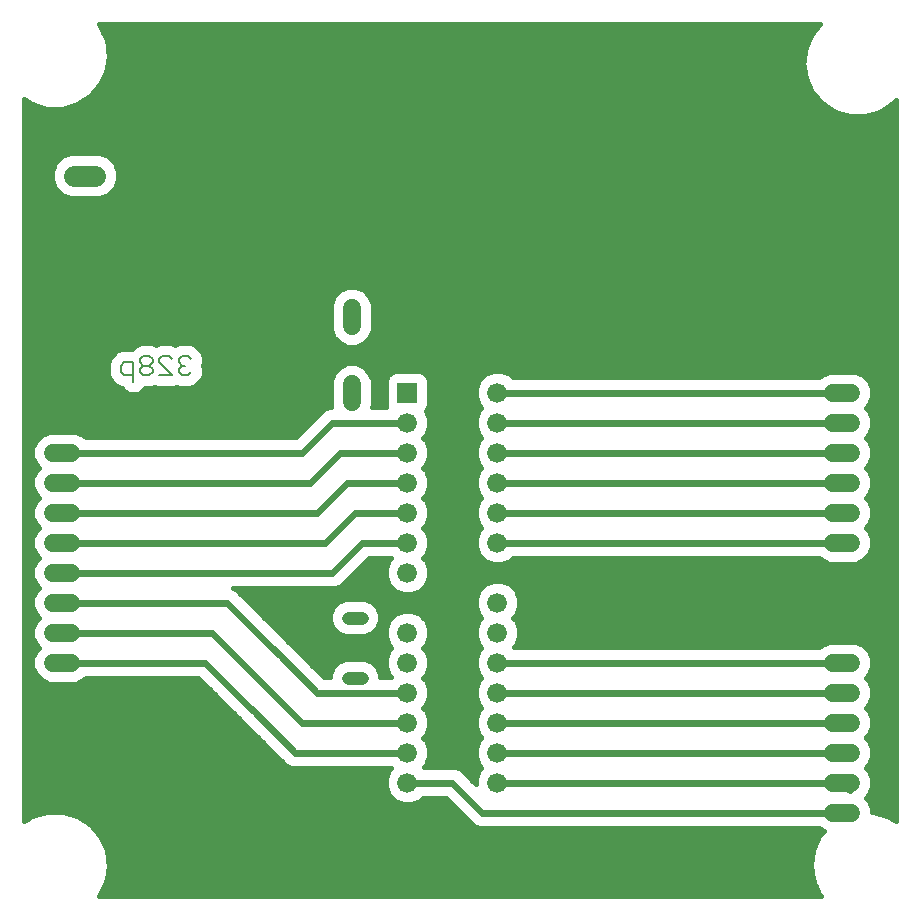
<source format=gbl>
G75*
%MOIN*%
%OFA0B0*%
%FSLAX25Y25*%
%IPPOS*%
%LPD*%
%AMOC8*
5,1,8,0,0,1.08239X$1,22.5*
%
%ADD10C,0.00600*%
%ADD11C,0.04400*%
%ADD12C,0.06000*%
%ADD13R,0.06600X0.06600*%
%ADD14C,0.06600*%
%ADD15C,0.07050*%
%ADD16C,0.01600*%
%ADD17C,0.02400*%
D10*
X0042146Y0177165D02*
X0042146Y0183570D01*
X0038943Y0183570D01*
X0037875Y0182503D01*
X0037875Y0180368D01*
X0038943Y0179300D01*
X0042146Y0179300D01*
X0044321Y0180368D02*
X0044321Y0181435D01*
X0045388Y0182503D01*
X0047523Y0182503D01*
X0048591Y0183570D01*
X0048591Y0184638D01*
X0047523Y0185705D01*
X0045388Y0185705D01*
X0044321Y0184638D01*
X0044321Y0183570D01*
X0045388Y0182503D01*
X0047523Y0182503D02*
X0048591Y0181435D01*
X0048591Y0180368D01*
X0047523Y0179300D01*
X0045388Y0179300D01*
X0044321Y0180368D01*
X0050766Y0179300D02*
X0055037Y0179300D01*
X0050766Y0183570D01*
X0050766Y0184638D01*
X0051834Y0185705D01*
X0053969Y0185705D01*
X0055037Y0184638D01*
X0057212Y0184638D02*
X0057212Y0183570D01*
X0058279Y0182503D01*
X0057212Y0181435D01*
X0057212Y0180368D01*
X0058279Y0179300D01*
X0060414Y0179300D01*
X0061482Y0180368D01*
X0059347Y0182503D02*
X0058279Y0182503D01*
X0057212Y0184638D02*
X0058279Y0185705D01*
X0060414Y0185705D01*
X0061482Y0184638D01*
D11*
X0113800Y0098500D02*
X0118200Y0098500D01*
X0118200Y0078500D02*
X0113800Y0078500D01*
D12*
X0021500Y0083500D02*
X0015500Y0083500D01*
X0015500Y0093500D02*
X0021500Y0093500D01*
X0021500Y0103500D02*
X0015500Y0103500D01*
X0015500Y0113500D02*
X0021500Y0113500D01*
X0021500Y0123500D02*
X0015500Y0123500D01*
X0015500Y0133500D02*
X0021500Y0133500D01*
X0021500Y0143500D02*
X0015500Y0143500D01*
X0015500Y0153500D02*
X0021500Y0153500D01*
X0097100Y0170200D02*
X0097100Y0176200D01*
X0114900Y0176200D02*
X0114900Y0170200D01*
X0114900Y0195800D02*
X0114900Y0201800D01*
X0097100Y0201800D02*
X0097100Y0195800D01*
X0275500Y0173500D02*
X0281500Y0173500D01*
X0281500Y0163500D02*
X0275500Y0163500D01*
X0275500Y0153500D02*
X0281500Y0153500D01*
X0281500Y0143500D02*
X0275500Y0143500D01*
X0275500Y0133500D02*
X0281500Y0133500D01*
X0281500Y0123500D02*
X0275500Y0123500D01*
X0275500Y0083500D02*
X0281500Y0083500D01*
X0281500Y0073500D02*
X0275500Y0073500D01*
X0275500Y0063500D02*
X0281500Y0063500D01*
X0281500Y0053500D02*
X0275500Y0053500D01*
X0275500Y0043500D02*
X0281500Y0043500D01*
X0281500Y0033500D02*
X0275500Y0033500D01*
D13*
X0133500Y0173500D03*
D14*
X0133500Y0163500D03*
X0133500Y0153500D03*
X0133500Y0143500D03*
X0133500Y0133500D03*
X0133500Y0123500D03*
X0133500Y0113500D03*
X0133500Y0103500D03*
X0133500Y0093500D03*
X0133500Y0083500D03*
X0133500Y0073500D03*
X0133500Y0063500D03*
X0133500Y0053500D03*
X0133500Y0043500D03*
X0163500Y0043500D03*
X0163500Y0053500D03*
X0163500Y0063500D03*
X0163500Y0073500D03*
X0163500Y0083500D03*
X0163500Y0093500D03*
X0163500Y0103500D03*
X0163500Y0113500D03*
X0163500Y0123500D03*
X0163500Y0133500D03*
X0163500Y0143500D03*
X0163500Y0153500D03*
X0163500Y0163500D03*
X0163500Y0173500D03*
D15*
X0029525Y0226157D02*
X0022475Y0226157D01*
X0022475Y0245843D02*
X0029525Y0245843D01*
D16*
X0023477Y0032373D02*
X0027787Y0029603D01*
X0027787Y0029603D01*
X0031143Y0025732D01*
X0031143Y0025732D01*
X0033271Y0021071D01*
X0034000Y0016000D01*
X0033271Y0010929D01*
X0033271Y0010929D01*
X0031143Y0006268D01*
X0031143Y0006268D01*
X0030737Y0005800D01*
X0271263Y0005800D01*
X0270857Y0006268D01*
X0270857Y0006268D01*
X0268729Y0010929D01*
X0268729Y0010929D01*
X0268000Y0016000D01*
X0268000Y0016000D01*
X0268729Y0021071D01*
X0268729Y0021071D01*
X0270857Y0025732D01*
X0270857Y0025732D01*
X0272206Y0027288D01*
X0271535Y0027566D01*
X0270801Y0028300D01*
X0157466Y0028300D01*
X0155554Y0029092D01*
X0146346Y0038300D01*
X0138624Y0038300D01*
X0137635Y0037311D01*
X0134952Y0036200D01*
X0132048Y0036200D01*
X0129365Y0037311D01*
X0127311Y0039365D01*
X0126200Y0042048D01*
X0126200Y0044952D01*
X0127311Y0047635D01*
X0127976Y0048300D01*
X0094966Y0048300D01*
X0093054Y0049092D01*
X0079304Y0062842D01*
X0079304Y0062842D01*
X0078054Y0064092D01*
X0078054Y0064092D01*
X0063846Y0078300D01*
X0026199Y0078300D01*
X0025465Y0077566D01*
X0022892Y0076500D01*
X0014108Y0076500D01*
X0011535Y0077566D01*
X0009566Y0079535D01*
X0008500Y0082108D01*
X0008500Y0084892D01*
X0009566Y0087465D01*
X0010601Y0088500D01*
X0009566Y0089535D01*
X0008500Y0092108D01*
X0008500Y0094892D01*
X0009566Y0097465D01*
X0010601Y0098500D01*
X0009566Y0099535D01*
X0008500Y0102108D01*
X0008500Y0104892D01*
X0009566Y0107465D01*
X0010601Y0108500D01*
X0009566Y0109535D01*
X0008500Y0112108D01*
X0008500Y0114892D01*
X0009566Y0117465D01*
X0010601Y0118500D01*
X0009566Y0119535D01*
X0008500Y0122108D01*
X0008500Y0124892D01*
X0009566Y0127465D01*
X0010601Y0128500D01*
X0009566Y0129535D01*
X0008500Y0132108D01*
X0008500Y0134892D01*
X0009566Y0137465D01*
X0010601Y0138500D01*
X0009566Y0139535D01*
X0008500Y0142108D01*
X0008500Y0144892D01*
X0009566Y0147465D01*
X0010601Y0148500D01*
X0009566Y0149535D01*
X0008500Y0152108D01*
X0008500Y0154892D01*
X0009566Y0157465D01*
X0011535Y0159434D01*
X0014108Y0160500D01*
X0022892Y0160500D01*
X0025465Y0159434D01*
X0026199Y0158700D01*
X0096346Y0158700D01*
X0105554Y0167908D01*
X0107466Y0168700D01*
X0107945Y0168700D01*
X0107900Y0168808D01*
X0107900Y0177592D01*
X0108966Y0180165D01*
X0110935Y0182134D01*
X0113508Y0183200D01*
X0116292Y0183200D01*
X0118865Y0182134D01*
X0120834Y0180165D01*
X0121900Y0177592D01*
X0121900Y0168808D01*
X0121855Y0168700D01*
X0126492Y0168700D01*
X0126200Y0169404D01*
X0126200Y0177596D01*
X0126809Y0179066D01*
X0127934Y0180191D01*
X0129404Y0180800D01*
X0137596Y0180800D01*
X0139066Y0180191D01*
X0140191Y0179066D01*
X0140800Y0177596D01*
X0140800Y0169404D01*
X0140191Y0167934D01*
X0139748Y0167491D01*
X0140800Y0164952D01*
X0140800Y0162048D01*
X0139689Y0159365D01*
X0138824Y0158500D01*
X0139689Y0157635D01*
X0140800Y0154952D01*
X0140800Y0152048D01*
X0139689Y0149365D01*
X0138824Y0148500D01*
X0139689Y0147635D01*
X0140800Y0144952D01*
X0140800Y0142048D01*
X0139689Y0139365D01*
X0138824Y0138500D01*
X0139689Y0137635D01*
X0140800Y0134952D01*
X0140800Y0132048D01*
X0139689Y0129365D01*
X0138824Y0128500D01*
X0139689Y0127635D01*
X0140800Y0124952D01*
X0140800Y0122048D01*
X0139689Y0119365D01*
X0138824Y0118500D01*
X0139689Y0117635D01*
X0140800Y0114952D01*
X0140800Y0112048D01*
X0139689Y0109365D01*
X0137635Y0107311D01*
X0134952Y0106200D01*
X0132048Y0106200D01*
X0129365Y0107311D01*
X0127311Y0109365D01*
X0126200Y0112048D01*
X0126200Y0114952D01*
X0127311Y0117635D01*
X0127976Y0118300D01*
X0120654Y0118300D01*
X0112908Y0110554D01*
X0111446Y0109092D01*
X0109534Y0108300D01*
X0075500Y0108300D01*
X0076446Y0107908D01*
X0092908Y0091446D01*
X0095408Y0088946D01*
X0105654Y0078700D01*
X0107600Y0078700D01*
X0107600Y0079733D01*
X0108544Y0082012D01*
X0110288Y0083756D01*
X0112567Y0084700D01*
X0119433Y0084700D01*
X0121712Y0083756D01*
X0123456Y0082012D01*
X0124400Y0079733D01*
X0124400Y0078700D01*
X0127976Y0078700D01*
X0127311Y0079365D01*
X0126200Y0082048D01*
X0126200Y0084952D01*
X0127311Y0087635D01*
X0128176Y0088500D01*
X0127311Y0089365D01*
X0126200Y0092048D01*
X0126200Y0094952D01*
X0127311Y0097635D01*
X0129365Y0099689D01*
X0132048Y0100800D01*
X0134952Y0100800D01*
X0137635Y0099689D01*
X0139689Y0097635D01*
X0140800Y0094952D01*
X0140800Y0092048D01*
X0139689Y0089365D01*
X0138824Y0088500D01*
X0139689Y0087635D01*
X0140800Y0084952D01*
X0140800Y0082048D01*
X0139689Y0079365D01*
X0138824Y0078500D01*
X0139689Y0077635D01*
X0140800Y0074952D01*
X0140800Y0072048D01*
X0139689Y0069365D01*
X0138824Y0068500D01*
X0139689Y0067635D01*
X0140800Y0064952D01*
X0140800Y0062048D01*
X0139689Y0059365D01*
X0138824Y0058500D01*
X0139689Y0057635D01*
X0140800Y0054952D01*
X0140800Y0052048D01*
X0139689Y0049365D01*
X0139024Y0048700D01*
X0149534Y0048700D01*
X0151446Y0047908D01*
X0152908Y0046446D01*
X0156200Y0043154D01*
X0156200Y0044952D01*
X0157311Y0047635D01*
X0158176Y0048500D01*
X0157311Y0049365D01*
X0156200Y0052048D01*
X0156200Y0054952D01*
X0157311Y0057635D01*
X0158176Y0058500D01*
X0157311Y0059365D01*
X0156200Y0062048D01*
X0156200Y0064952D01*
X0157311Y0067635D01*
X0158176Y0068500D01*
X0157311Y0069365D01*
X0156200Y0072048D01*
X0156200Y0074952D01*
X0157311Y0077635D01*
X0158176Y0078500D01*
X0157311Y0079365D01*
X0156200Y0082048D01*
X0156200Y0084952D01*
X0157311Y0087635D01*
X0158176Y0088500D01*
X0157311Y0089365D01*
X0156200Y0092048D01*
X0156200Y0094952D01*
X0157311Y0097635D01*
X0158176Y0098500D01*
X0157311Y0099365D01*
X0156200Y0102048D01*
X0156200Y0104952D01*
X0157311Y0107635D01*
X0159365Y0109689D01*
X0162048Y0110800D01*
X0164952Y0110800D01*
X0167635Y0109689D01*
X0169689Y0107635D01*
X0170800Y0104952D01*
X0170800Y0102048D01*
X0169689Y0099365D01*
X0168824Y0098500D01*
X0169689Y0097635D01*
X0170800Y0094952D01*
X0170800Y0092048D01*
X0169689Y0089365D01*
X0169024Y0088700D01*
X0270801Y0088700D01*
X0271535Y0089434D01*
X0274108Y0090500D01*
X0282892Y0090500D01*
X0285465Y0089434D01*
X0287434Y0087465D01*
X0288500Y0084892D01*
X0288500Y0082108D01*
X0287434Y0079535D01*
X0286399Y0078500D01*
X0287434Y0077465D01*
X0288500Y0074892D01*
X0288500Y0072108D01*
X0287434Y0069535D01*
X0286399Y0068500D01*
X0287434Y0067465D01*
X0288500Y0064892D01*
X0288500Y0062108D01*
X0287434Y0059535D01*
X0286399Y0058500D01*
X0287434Y0057465D01*
X0288500Y0054892D01*
X0288500Y0052108D01*
X0287434Y0049535D01*
X0286399Y0048500D01*
X0287434Y0047465D01*
X0288500Y0044892D01*
X0288500Y0042108D01*
X0287434Y0039535D01*
X0286399Y0038500D01*
X0287434Y0037465D01*
X0288500Y0034892D01*
X0288500Y0033817D01*
X0288562Y0033817D01*
X0293477Y0032373D01*
X0293477Y0032373D01*
X0296200Y0030624D01*
X0296200Y0270950D01*
X0295287Y0269897D01*
X0295287Y0269897D01*
X0295287Y0269897D01*
X0290977Y0267127D01*
X0290977Y0267127D01*
X0286062Y0265683D01*
X0280938Y0265683D01*
X0276023Y0267127D01*
X0276023Y0267127D01*
X0271713Y0269897D01*
X0271713Y0269897D01*
X0268357Y0273768D01*
X0268357Y0273768D01*
X0266229Y0278429D01*
X0266229Y0278429D01*
X0265500Y0283500D01*
X0265500Y0283500D01*
X0266229Y0288571D01*
X0266229Y0288571D01*
X0268357Y0293232D01*
X0268357Y0293232D01*
X0270930Y0296200D01*
X0030737Y0296200D01*
X0031143Y0295732D01*
X0031143Y0295732D01*
X0033271Y0291071D01*
X0033271Y0291071D01*
X0034000Y0286000D01*
X0033271Y0280929D01*
X0033271Y0280929D01*
X0031143Y0276268D01*
X0031143Y0276268D01*
X0027787Y0272397D01*
X0027787Y0272397D01*
X0027787Y0272397D01*
X0023477Y0269627D01*
X0023477Y0269627D01*
X0018562Y0268183D01*
X0013438Y0268183D01*
X0008523Y0269627D01*
X0008523Y0269627D01*
X0005800Y0271376D01*
X0005800Y0030624D01*
X0008523Y0032373D01*
X0008523Y0032373D01*
X0013438Y0033817D01*
X0018562Y0033817D01*
X0023477Y0032373D01*
X0023477Y0032373D01*
X0025036Y0031372D02*
X0153274Y0031372D01*
X0151676Y0032970D02*
X0021445Y0032970D01*
X0027523Y0029773D02*
X0154873Y0029773D01*
X0150077Y0034569D02*
X0005800Y0034569D01*
X0005800Y0036167D02*
X0148479Y0036167D01*
X0146880Y0037766D02*
X0138090Y0037766D01*
X0128910Y0037766D02*
X0005800Y0037766D01*
X0005800Y0039364D02*
X0127312Y0039364D01*
X0126649Y0040963D02*
X0005800Y0040963D01*
X0005800Y0042561D02*
X0126200Y0042561D01*
X0126200Y0044160D02*
X0005800Y0044160D01*
X0005800Y0045758D02*
X0126534Y0045758D01*
X0127196Y0047357D02*
X0005800Y0047357D01*
X0005800Y0048955D02*
X0093384Y0048955D01*
X0091592Y0050554D02*
X0005800Y0050554D01*
X0005800Y0052152D02*
X0089994Y0052152D01*
X0088395Y0053751D02*
X0005800Y0053751D01*
X0005800Y0055349D02*
X0086797Y0055349D01*
X0085198Y0056948D02*
X0005800Y0056948D01*
X0005800Y0058546D02*
X0083600Y0058546D01*
X0082001Y0060145D02*
X0005800Y0060145D01*
X0005800Y0061743D02*
X0080403Y0061743D01*
X0078804Y0063342D02*
X0005800Y0063342D01*
X0005800Y0064940D02*
X0077206Y0064940D01*
X0075607Y0066539D02*
X0005800Y0066539D01*
X0005800Y0068137D02*
X0074009Y0068137D01*
X0072410Y0069736D02*
X0005800Y0069736D01*
X0005800Y0071334D02*
X0070812Y0071334D01*
X0069213Y0072933D02*
X0005800Y0072933D01*
X0005800Y0074532D02*
X0067615Y0074532D01*
X0066016Y0076130D02*
X0005800Y0076130D01*
X0005800Y0077729D02*
X0011372Y0077729D01*
X0009773Y0079327D02*
X0005800Y0079327D01*
X0005800Y0080926D02*
X0008990Y0080926D01*
X0008500Y0082524D02*
X0005800Y0082524D01*
X0005800Y0084123D02*
X0008500Y0084123D01*
X0008843Y0085721D02*
X0005800Y0085721D01*
X0005800Y0087320D02*
X0009505Y0087320D01*
X0010182Y0088918D02*
X0005800Y0088918D01*
X0005800Y0090517D02*
X0009159Y0090517D01*
X0008500Y0092115D02*
X0005800Y0092115D01*
X0005800Y0093714D02*
X0008500Y0093714D01*
X0008674Y0095312D02*
X0005800Y0095312D01*
X0005800Y0096911D02*
X0009336Y0096911D01*
X0010591Y0098509D02*
X0005800Y0098509D01*
X0005800Y0100108D02*
X0009328Y0100108D01*
X0008666Y0101706D02*
X0005800Y0101706D01*
X0005800Y0103305D02*
X0008500Y0103305D01*
X0008505Y0104903D02*
X0005800Y0104903D01*
X0005800Y0106502D02*
X0009167Y0106502D01*
X0010201Y0108100D02*
X0005800Y0108100D01*
X0005800Y0109699D02*
X0009498Y0109699D01*
X0008836Y0111297D02*
X0005800Y0111297D01*
X0005800Y0112896D02*
X0008500Y0112896D01*
X0008500Y0114494D02*
X0005800Y0114494D01*
X0005800Y0116093D02*
X0008997Y0116093D01*
X0009792Y0117691D02*
X0005800Y0117691D01*
X0005800Y0119290D02*
X0009811Y0119290D01*
X0009005Y0120888D02*
X0005800Y0120888D01*
X0005800Y0122487D02*
X0008500Y0122487D01*
X0008500Y0124085D02*
X0005800Y0124085D01*
X0005800Y0125684D02*
X0008828Y0125684D01*
X0009490Y0127282D02*
X0005800Y0127282D01*
X0005800Y0128881D02*
X0010220Y0128881D01*
X0009174Y0130479D02*
X0005800Y0130479D01*
X0005800Y0132078D02*
X0008512Y0132078D01*
X0008500Y0133676D02*
X0005800Y0133676D01*
X0005800Y0135275D02*
X0008658Y0135275D01*
X0009321Y0136873D02*
X0005800Y0136873D01*
X0005800Y0138472D02*
X0010573Y0138472D01*
X0009344Y0140070D02*
X0005800Y0140070D01*
X0005800Y0141669D02*
X0008682Y0141669D01*
X0008500Y0143268D02*
X0005800Y0143268D01*
X0005800Y0144866D02*
X0008500Y0144866D01*
X0009151Y0146465D02*
X0005800Y0146465D01*
X0005800Y0148063D02*
X0010164Y0148063D01*
X0009513Y0149662D02*
X0005800Y0149662D01*
X0005800Y0151260D02*
X0008851Y0151260D01*
X0008500Y0152859D02*
X0005800Y0152859D01*
X0005800Y0154457D02*
X0008500Y0154457D01*
X0008982Y0156056D02*
X0005800Y0156056D01*
X0005800Y0157654D02*
X0009755Y0157654D01*
X0011353Y0159253D02*
X0005800Y0159253D01*
X0005800Y0160851D02*
X0098497Y0160851D01*
X0096899Y0159253D02*
X0025647Y0159253D01*
X0036760Y0175550D02*
X0038087Y0175000D01*
X0038388Y0175000D01*
X0038500Y0174729D01*
X0039710Y0173519D01*
X0041290Y0172865D01*
X0043001Y0172865D01*
X0044581Y0173519D01*
X0045791Y0174729D01*
X0045903Y0175000D01*
X0048379Y0175000D01*
X0049145Y0175317D01*
X0049911Y0175000D01*
X0055892Y0175000D01*
X0056658Y0175317D01*
X0057424Y0175000D01*
X0061270Y0175000D01*
X0062850Y0175655D01*
X0065127Y0177932D01*
X0065782Y0179512D01*
X0065782Y0181223D01*
X0065252Y0182503D01*
X0065782Y0183783D01*
X0065782Y0185493D01*
X0065127Y0187074D01*
X0064060Y0188141D01*
X0062850Y0189351D01*
X0061270Y0190005D01*
X0057424Y0190005D01*
X0056133Y0189471D01*
X0056124Y0189467D01*
X0054824Y0190005D01*
X0050978Y0190005D01*
X0049679Y0189467D01*
X0048379Y0190005D01*
X0044533Y0190005D01*
X0043242Y0189471D01*
X0042953Y0189351D01*
X0042953Y0189351D01*
X0042953Y0189351D01*
X0041885Y0188283D01*
X0041472Y0187870D01*
X0038087Y0187870D01*
X0036507Y0187216D01*
X0035439Y0186148D01*
X0034230Y0184938D01*
X0033575Y0183358D01*
X0033575Y0179512D01*
X0033964Y0178573D01*
X0034230Y0177932D01*
X0034230Y0177932D01*
X0034230Y0177932D01*
X0034247Y0177914D01*
X0035439Y0176722D01*
X0035439Y0176722D01*
X0036507Y0175655D01*
X0036507Y0175655D01*
X0036507Y0175655D01*
X0036760Y0175550D01*
X0037514Y0175238D02*
X0005800Y0175238D01*
X0005800Y0176836D02*
X0035325Y0176836D01*
X0034022Y0178435D02*
X0005800Y0178435D01*
X0005800Y0180033D02*
X0033575Y0180033D01*
X0033575Y0181632D02*
X0005800Y0181632D01*
X0005800Y0183230D02*
X0033575Y0183230D01*
X0034184Y0184829D02*
X0005800Y0184829D01*
X0005800Y0186427D02*
X0035719Y0186427D01*
X0035439Y0186148D02*
X0035439Y0186148D01*
X0041628Y0188026D02*
X0005800Y0188026D01*
X0005800Y0189624D02*
X0043613Y0189624D01*
X0041885Y0188283D02*
X0041885Y0188283D01*
X0049299Y0189624D02*
X0050058Y0189624D01*
X0055744Y0189624D02*
X0056504Y0189624D01*
X0062190Y0189624D02*
X0111517Y0189624D01*
X0110935Y0189866D02*
X0113508Y0188800D01*
X0116292Y0188800D01*
X0118865Y0189866D01*
X0120834Y0191835D01*
X0121900Y0194408D01*
X0121900Y0203192D01*
X0120834Y0205765D01*
X0118865Y0207734D01*
X0116292Y0208800D01*
X0113508Y0208800D01*
X0110935Y0207734D01*
X0108966Y0205765D01*
X0107900Y0203192D01*
X0107900Y0194408D01*
X0108966Y0191835D01*
X0110935Y0189866D01*
X0109578Y0191223D02*
X0005800Y0191223D01*
X0005800Y0192821D02*
X0108557Y0192821D01*
X0107900Y0194420D02*
X0005800Y0194420D01*
X0005800Y0196018D02*
X0107900Y0196018D01*
X0107900Y0197617D02*
X0005800Y0197617D01*
X0005800Y0199215D02*
X0107900Y0199215D01*
X0107900Y0200814D02*
X0005800Y0200814D01*
X0005800Y0202412D02*
X0107900Y0202412D01*
X0108239Y0204011D02*
X0005800Y0204011D01*
X0005800Y0205609D02*
X0108901Y0205609D01*
X0110408Y0207208D02*
X0005800Y0207208D01*
X0005800Y0208806D02*
X0296200Y0208806D01*
X0296200Y0207208D02*
X0119392Y0207208D01*
X0120899Y0205609D02*
X0296200Y0205609D01*
X0296200Y0204011D02*
X0121561Y0204011D01*
X0121900Y0202412D02*
X0296200Y0202412D01*
X0296200Y0200814D02*
X0121900Y0200814D01*
X0121900Y0199215D02*
X0296200Y0199215D01*
X0296200Y0197617D02*
X0121900Y0197617D01*
X0121900Y0196018D02*
X0296200Y0196018D01*
X0296200Y0194420D02*
X0121900Y0194420D01*
X0121243Y0192821D02*
X0296200Y0192821D01*
X0296200Y0191223D02*
X0120222Y0191223D01*
X0118282Y0189624D02*
X0296200Y0189624D01*
X0296200Y0188026D02*
X0064175Y0188026D01*
X0065395Y0186427D02*
X0296200Y0186427D01*
X0296200Y0184829D02*
X0065782Y0184829D01*
X0065553Y0183230D02*
X0296200Y0183230D01*
X0296200Y0181632D02*
X0119368Y0181632D01*
X0120889Y0180033D02*
X0127776Y0180033D01*
X0126548Y0178435D02*
X0121551Y0178435D01*
X0121900Y0176836D02*
X0126200Y0176836D01*
X0126200Y0175238D02*
X0121900Y0175238D01*
X0121900Y0173639D02*
X0126200Y0173639D01*
X0126200Y0172041D02*
X0121900Y0172041D01*
X0121900Y0170442D02*
X0126200Y0170442D01*
X0126432Y0168844D02*
X0121900Y0168844D01*
X0108911Y0180033D02*
X0065782Y0180033D01*
X0065613Y0181632D02*
X0110432Y0181632D01*
X0108249Y0178435D02*
X0065336Y0178435D01*
X0064032Y0176836D02*
X0107900Y0176836D01*
X0107900Y0175238D02*
X0061844Y0175238D01*
X0056850Y0175238D02*
X0056466Y0175238D01*
X0049337Y0175238D02*
X0048953Y0175238D01*
X0044701Y0173639D02*
X0107900Y0173639D01*
X0107900Y0172041D02*
X0005800Y0172041D01*
X0005800Y0173639D02*
X0039590Y0173639D01*
X0005800Y0170442D02*
X0107900Y0170442D01*
X0107900Y0168844D02*
X0005800Y0168844D01*
X0005800Y0167245D02*
X0104891Y0167245D01*
X0103293Y0165647D02*
X0005800Y0165647D01*
X0005800Y0164048D02*
X0101694Y0164048D01*
X0100096Y0162450D02*
X0005800Y0162450D01*
X0005800Y0210405D02*
X0296200Y0210405D01*
X0296200Y0212003D02*
X0005800Y0212003D01*
X0005800Y0213602D02*
X0296200Y0213602D01*
X0296200Y0215201D02*
X0005800Y0215201D01*
X0005800Y0216799D02*
X0296200Y0216799D01*
X0296200Y0218398D02*
X0005800Y0218398D01*
X0005800Y0219996D02*
X0296200Y0219996D01*
X0296200Y0221595D02*
X0005800Y0221595D01*
X0005800Y0223193D02*
X0296200Y0223193D01*
X0296200Y0224792D02*
X0005800Y0224792D01*
X0005800Y0226390D02*
X0296200Y0226390D01*
X0296200Y0227989D02*
X0005800Y0227989D01*
X0005800Y0229587D02*
X0296200Y0229587D01*
X0296200Y0231186D02*
X0005800Y0231186D01*
X0005800Y0232784D02*
X0296200Y0232784D01*
X0296200Y0234383D02*
X0005800Y0234383D01*
X0005800Y0235981D02*
X0296200Y0235981D01*
X0296200Y0237580D02*
X0005800Y0237580D01*
X0005800Y0239178D02*
X0018900Y0239178D01*
X0018212Y0239463D02*
X0020978Y0238318D01*
X0031022Y0238318D01*
X0033788Y0239463D01*
X0035904Y0241580D01*
X0037050Y0244346D01*
X0037050Y0247339D01*
X0035904Y0250105D01*
X0033788Y0252222D01*
X0031022Y0253368D01*
X0020978Y0253368D01*
X0018212Y0252222D01*
X0016096Y0250105D01*
X0014950Y0247339D01*
X0014950Y0244346D01*
X0016096Y0241580D01*
X0018212Y0239463D01*
X0016899Y0240777D02*
X0005800Y0240777D01*
X0005800Y0242375D02*
X0015766Y0242375D01*
X0015104Y0243974D02*
X0005800Y0243974D01*
X0005800Y0245572D02*
X0014950Y0245572D01*
X0014950Y0247171D02*
X0005800Y0247171D01*
X0005800Y0248769D02*
X0015542Y0248769D01*
X0016358Y0250368D02*
X0005800Y0250368D01*
X0005800Y0251966D02*
X0017957Y0251966D01*
X0005800Y0253565D02*
X0296200Y0253565D01*
X0296200Y0255163D02*
X0005800Y0255163D01*
X0005800Y0256762D02*
X0296200Y0256762D01*
X0296200Y0258360D02*
X0005800Y0258360D01*
X0005800Y0259959D02*
X0296200Y0259959D01*
X0296200Y0261557D02*
X0005800Y0261557D01*
X0005800Y0263156D02*
X0296200Y0263156D01*
X0296200Y0264754D02*
X0005800Y0264754D01*
X0005800Y0266353D02*
X0278658Y0266353D01*
X0274739Y0267951D02*
X0005800Y0267951D01*
X0005800Y0269550D02*
X0008784Y0269550D01*
X0006155Y0271148D02*
X0005800Y0271148D01*
X0023216Y0269550D02*
X0272252Y0269550D01*
X0270628Y0271148D02*
X0025845Y0271148D01*
X0028091Y0272747D02*
X0269243Y0272747D01*
X0268094Y0274345D02*
X0029476Y0274345D01*
X0030861Y0275944D02*
X0267364Y0275944D01*
X0266634Y0277542D02*
X0031724Y0277542D01*
X0032454Y0279141D02*
X0266127Y0279141D01*
X0265897Y0280739D02*
X0033184Y0280739D01*
X0033473Y0282338D02*
X0265667Y0282338D01*
X0265563Y0283937D02*
X0033703Y0283937D01*
X0033933Y0285535D02*
X0265793Y0285535D01*
X0266022Y0287134D02*
X0033837Y0287134D01*
X0033607Y0288732D02*
X0266303Y0288732D01*
X0267033Y0290331D02*
X0033377Y0290331D01*
X0032879Y0291929D02*
X0267763Y0291929D01*
X0268614Y0293528D02*
X0032149Y0293528D01*
X0031419Y0295126D02*
X0269999Y0295126D01*
X0294748Y0269550D02*
X0296200Y0269550D01*
X0296200Y0267951D02*
X0292261Y0267951D01*
X0288342Y0266353D02*
X0296200Y0266353D01*
X0296200Y0251966D02*
X0034043Y0251966D01*
X0035642Y0250368D02*
X0296200Y0250368D01*
X0296200Y0248769D02*
X0036458Y0248769D01*
X0037050Y0247171D02*
X0296200Y0247171D01*
X0296200Y0245572D02*
X0037050Y0245572D01*
X0036896Y0243974D02*
X0296200Y0243974D01*
X0296200Y0242375D02*
X0036234Y0242375D01*
X0035101Y0240777D02*
X0296200Y0240777D01*
X0296200Y0239178D02*
X0033100Y0239178D01*
X0138852Y0138472D02*
X0158148Y0138472D01*
X0158176Y0138500D02*
X0157311Y0137635D01*
X0156200Y0134952D01*
X0156200Y0132048D01*
X0157311Y0129365D01*
X0158176Y0128500D01*
X0157311Y0127635D01*
X0156200Y0124952D01*
X0156200Y0122048D01*
X0157311Y0119365D01*
X0159365Y0117311D01*
X0162048Y0116200D01*
X0164952Y0116200D01*
X0167635Y0117311D01*
X0168624Y0118300D01*
X0270801Y0118300D01*
X0271535Y0117566D01*
X0274108Y0116500D01*
X0282892Y0116500D01*
X0285465Y0117566D01*
X0287434Y0119535D01*
X0288500Y0122108D01*
X0288500Y0124892D01*
X0287434Y0127465D01*
X0286399Y0128500D01*
X0287434Y0129535D01*
X0288500Y0132108D01*
X0288500Y0134892D01*
X0287434Y0137465D01*
X0286399Y0138500D01*
X0287434Y0139535D01*
X0288500Y0142108D01*
X0288500Y0144892D01*
X0287434Y0147465D01*
X0286399Y0148500D01*
X0287434Y0149535D01*
X0288500Y0152108D01*
X0288500Y0154892D01*
X0287434Y0157465D01*
X0286399Y0158500D01*
X0287434Y0159535D01*
X0288500Y0162108D01*
X0288500Y0164892D01*
X0287434Y0167465D01*
X0286399Y0168500D01*
X0287434Y0169535D01*
X0288500Y0172108D01*
X0288500Y0174892D01*
X0287434Y0177465D01*
X0285465Y0179434D01*
X0282892Y0180500D01*
X0274108Y0180500D01*
X0271535Y0179434D01*
X0270801Y0178700D01*
X0168624Y0178700D01*
X0167635Y0179689D01*
X0164952Y0180800D01*
X0162048Y0180800D01*
X0159365Y0179689D01*
X0157311Y0177635D01*
X0156200Y0174952D01*
X0156200Y0172048D01*
X0157311Y0169365D01*
X0158176Y0168500D01*
X0157311Y0167635D01*
X0156200Y0164952D01*
X0156200Y0162048D01*
X0157311Y0159365D01*
X0158176Y0158500D01*
X0157311Y0157635D01*
X0156200Y0154952D01*
X0156200Y0152048D01*
X0157311Y0149365D01*
X0158176Y0148500D01*
X0157311Y0147635D01*
X0156200Y0144952D01*
X0156200Y0142048D01*
X0157311Y0139365D01*
X0158176Y0138500D01*
X0157019Y0140070D02*
X0139981Y0140070D01*
X0140643Y0141669D02*
X0156357Y0141669D01*
X0156200Y0143268D02*
X0140800Y0143268D01*
X0140800Y0144866D02*
X0156200Y0144866D01*
X0156826Y0146465D02*
X0140174Y0146465D01*
X0139261Y0148063D02*
X0157739Y0148063D01*
X0157188Y0149662D02*
X0139812Y0149662D01*
X0140474Y0151260D02*
X0156526Y0151260D01*
X0156200Y0152859D02*
X0140800Y0152859D01*
X0140800Y0154457D02*
X0156200Y0154457D01*
X0156657Y0156056D02*
X0140343Y0156056D01*
X0139670Y0157654D02*
X0157330Y0157654D01*
X0157424Y0159253D02*
X0139576Y0159253D01*
X0140304Y0160851D02*
X0156696Y0160851D01*
X0156200Y0162450D02*
X0140800Y0162450D01*
X0140800Y0164048D02*
X0156200Y0164048D01*
X0156488Y0165647D02*
X0140512Y0165647D01*
X0139850Y0167245D02*
X0157150Y0167245D01*
X0157833Y0168844D02*
X0140568Y0168844D01*
X0140800Y0170442D02*
X0156865Y0170442D01*
X0156203Y0172041D02*
X0140800Y0172041D01*
X0140800Y0173639D02*
X0156200Y0173639D01*
X0156318Y0175238D02*
X0140800Y0175238D01*
X0140800Y0176836D02*
X0156980Y0176836D01*
X0158111Y0178435D02*
X0140452Y0178435D01*
X0139224Y0180033D02*
X0160197Y0180033D01*
X0166803Y0180033D02*
X0272981Y0180033D01*
X0284019Y0180033D02*
X0296200Y0180033D01*
X0296200Y0178435D02*
X0286465Y0178435D01*
X0287695Y0176836D02*
X0296200Y0176836D01*
X0296200Y0175238D02*
X0288357Y0175238D01*
X0288500Y0173639D02*
X0296200Y0173639D01*
X0296200Y0172041D02*
X0288472Y0172041D01*
X0287810Y0170442D02*
X0296200Y0170442D01*
X0296200Y0168844D02*
X0286743Y0168844D01*
X0287525Y0167245D02*
X0296200Y0167245D01*
X0296200Y0165647D02*
X0288188Y0165647D01*
X0288500Y0164048D02*
X0296200Y0164048D01*
X0296200Y0162450D02*
X0288500Y0162450D01*
X0287980Y0160851D02*
X0296200Y0160851D01*
X0296200Y0159253D02*
X0287152Y0159253D01*
X0287245Y0157654D02*
X0296200Y0157654D01*
X0296200Y0156056D02*
X0288018Y0156056D01*
X0288500Y0154457D02*
X0296200Y0154457D01*
X0296200Y0152859D02*
X0288500Y0152859D01*
X0288149Y0151260D02*
X0296200Y0151260D01*
X0296200Y0149662D02*
X0287487Y0149662D01*
X0286836Y0148063D02*
X0296200Y0148063D01*
X0296200Y0146465D02*
X0287849Y0146465D01*
X0288500Y0144866D02*
X0296200Y0144866D01*
X0296200Y0143268D02*
X0288500Y0143268D01*
X0288318Y0141669D02*
X0296200Y0141669D01*
X0296200Y0140070D02*
X0287656Y0140070D01*
X0286427Y0138472D02*
X0296200Y0138472D01*
X0296200Y0136873D02*
X0287679Y0136873D01*
X0288342Y0135275D02*
X0296200Y0135275D01*
X0296200Y0133676D02*
X0288500Y0133676D01*
X0288488Y0132078D02*
X0296200Y0132078D01*
X0296200Y0130479D02*
X0287826Y0130479D01*
X0286780Y0128881D02*
X0296200Y0128881D01*
X0296200Y0127282D02*
X0287510Y0127282D01*
X0288172Y0125684D02*
X0296200Y0125684D01*
X0296200Y0124085D02*
X0288500Y0124085D01*
X0288500Y0122487D02*
X0296200Y0122487D01*
X0296200Y0120888D02*
X0287995Y0120888D01*
X0287189Y0119290D02*
X0296200Y0119290D01*
X0296200Y0117691D02*
X0285591Y0117691D01*
X0296200Y0116093D02*
X0140327Y0116093D01*
X0140800Y0114494D02*
X0296200Y0114494D01*
X0296200Y0112896D02*
X0140800Y0112896D01*
X0140489Y0111297D02*
X0296200Y0111297D01*
X0296200Y0109699D02*
X0167611Y0109699D01*
X0169223Y0108100D02*
X0296200Y0108100D01*
X0296200Y0106502D02*
X0170158Y0106502D01*
X0170800Y0104903D02*
X0296200Y0104903D01*
X0296200Y0103305D02*
X0170800Y0103305D01*
X0170658Y0101706D02*
X0296200Y0101706D01*
X0296200Y0100108D02*
X0169996Y0100108D01*
X0168833Y0098509D02*
X0296200Y0098509D01*
X0296200Y0096911D02*
X0169989Y0096911D01*
X0170651Y0095312D02*
X0296200Y0095312D01*
X0296200Y0093714D02*
X0170800Y0093714D01*
X0170800Y0092115D02*
X0296200Y0092115D01*
X0296200Y0090517D02*
X0170166Y0090517D01*
X0169242Y0088918D02*
X0271019Y0088918D01*
X0285981Y0088918D02*
X0296200Y0088918D01*
X0296200Y0087320D02*
X0287495Y0087320D01*
X0288157Y0085721D02*
X0296200Y0085721D01*
X0296200Y0084123D02*
X0288500Y0084123D01*
X0288500Y0082524D02*
X0296200Y0082524D01*
X0296200Y0080926D02*
X0288010Y0080926D01*
X0287227Y0079327D02*
X0296200Y0079327D01*
X0296200Y0077729D02*
X0287171Y0077729D01*
X0287987Y0076130D02*
X0296200Y0076130D01*
X0296200Y0074532D02*
X0288500Y0074532D01*
X0288500Y0072933D02*
X0296200Y0072933D01*
X0296200Y0071334D02*
X0288180Y0071334D01*
X0287518Y0069736D02*
X0296200Y0069736D01*
X0296200Y0068137D02*
X0286762Y0068137D01*
X0287818Y0066539D02*
X0296200Y0066539D01*
X0296200Y0064940D02*
X0288480Y0064940D01*
X0288500Y0063342D02*
X0296200Y0063342D01*
X0296200Y0061743D02*
X0288349Y0061743D01*
X0287687Y0060145D02*
X0296200Y0060145D01*
X0296200Y0058546D02*
X0286446Y0058546D01*
X0287649Y0056948D02*
X0296200Y0056948D01*
X0296200Y0055349D02*
X0288311Y0055349D01*
X0288500Y0053751D02*
X0296200Y0053751D01*
X0296200Y0052152D02*
X0288500Y0052152D01*
X0287856Y0050554D02*
X0296200Y0050554D01*
X0296200Y0048955D02*
X0286855Y0048955D01*
X0287479Y0047357D02*
X0296200Y0047357D01*
X0296200Y0045758D02*
X0288141Y0045758D01*
X0288500Y0044160D02*
X0296200Y0044160D01*
X0296200Y0042561D02*
X0288500Y0042561D01*
X0288026Y0040963D02*
X0296200Y0040963D01*
X0296200Y0039364D02*
X0287264Y0039364D01*
X0287134Y0037766D02*
X0296200Y0037766D01*
X0296200Y0036167D02*
X0287972Y0036167D01*
X0288500Y0034569D02*
X0296200Y0034569D01*
X0296200Y0032970D02*
X0291445Y0032970D01*
X0295036Y0031372D02*
X0296200Y0031372D01*
X0271589Y0026576D02*
X0030411Y0026576D01*
X0031487Y0024978D02*
X0270513Y0024978D01*
X0269783Y0023379D02*
X0032217Y0023379D01*
X0032947Y0021781D02*
X0269053Y0021781D01*
X0268601Y0020182D02*
X0033399Y0020182D01*
X0033629Y0018584D02*
X0268371Y0018584D01*
X0268142Y0016985D02*
X0033858Y0016985D01*
X0033912Y0015387D02*
X0268088Y0015387D01*
X0268318Y0013788D02*
X0033682Y0013788D01*
X0033452Y0012190D02*
X0268548Y0012190D01*
X0268883Y0010591D02*
X0033117Y0010591D01*
X0032387Y0008993D02*
X0269613Y0008993D01*
X0270343Y0007394D02*
X0031657Y0007394D01*
X0029026Y0028175D02*
X0270926Y0028175D01*
X0271409Y0117691D02*
X0168015Y0117691D01*
X0158985Y0117691D02*
X0139632Y0117691D01*
X0139614Y0119290D02*
X0157386Y0119290D01*
X0156680Y0120888D02*
X0140320Y0120888D01*
X0140800Y0122487D02*
X0156200Y0122487D01*
X0156200Y0124085D02*
X0140800Y0124085D01*
X0140497Y0125684D02*
X0156503Y0125684D01*
X0157165Y0127282D02*
X0139835Y0127282D01*
X0139205Y0128881D02*
X0157795Y0128881D01*
X0156850Y0130479D02*
X0140150Y0130479D01*
X0140800Y0132078D02*
X0156200Y0132078D01*
X0156200Y0133676D02*
X0140800Y0133676D01*
X0140666Y0135275D02*
X0156334Y0135275D01*
X0156996Y0136873D02*
X0140004Y0136873D01*
X0127368Y0117691D02*
X0120045Y0117691D01*
X0118447Y0116093D02*
X0126673Y0116093D01*
X0126200Y0114494D02*
X0116848Y0114494D01*
X0115250Y0112896D02*
X0126200Y0112896D01*
X0126511Y0111297D02*
X0113651Y0111297D01*
X0112053Y0109699D02*
X0127173Y0109699D01*
X0128576Y0108100D02*
X0075982Y0108100D01*
X0077852Y0106502D02*
X0131319Y0106502D01*
X0135681Y0106502D02*
X0156842Y0106502D01*
X0156200Y0104903D02*
X0079451Y0104903D01*
X0081049Y0103305D02*
X0109837Y0103305D01*
X0110288Y0103756D02*
X0108544Y0102012D01*
X0107600Y0099733D01*
X0107600Y0097267D01*
X0108544Y0094988D01*
X0110288Y0093244D01*
X0112567Y0092300D01*
X0119433Y0092300D01*
X0121712Y0093244D01*
X0123456Y0094988D01*
X0124400Y0097267D01*
X0124400Y0099733D01*
X0123456Y0102012D01*
X0121712Y0103756D01*
X0119433Y0104700D01*
X0112567Y0104700D01*
X0110288Y0103756D01*
X0108417Y0101706D02*
X0082648Y0101706D01*
X0084246Y0100108D02*
X0107755Y0100108D01*
X0107600Y0098509D02*
X0085845Y0098509D01*
X0087443Y0096911D02*
X0107747Y0096911D01*
X0108410Y0095312D02*
X0089042Y0095312D01*
X0090640Y0093714D02*
X0109818Y0093714D01*
X0111173Y0084123D02*
X0100231Y0084123D01*
X0098633Y0085721D02*
X0126519Y0085721D01*
X0126200Y0084123D02*
X0120827Y0084123D01*
X0122944Y0082524D02*
X0126200Y0082524D01*
X0126665Y0080926D02*
X0123906Y0080926D01*
X0124400Y0079327D02*
X0127349Y0079327D01*
X0127181Y0087320D02*
X0097034Y0087320D01*
X0095436Y0088918D02*
X0127758Y0088918D01*
X0126834Y0090517D02*
X0093837Y0090517D01*
X0092239Y0092115D02*
X0126200Y0092115D01*
X0126200Y0093714D02*
X0122182Y0093714D01*
X0123590Y0095312D02*
X0126349Y0095312D01*
X0127011Y0096911D02*
X0124252Y0096911D01*
X0124400Y0098509D02*
X0128185Y0098509D01*
X0130377Y0100108D02*
X0124245Y0100108D01*
X0123583Y0101706D02*
X0156342Y0101706D01*
X0156200Y0103305D02*
X0122163Y0103305D01*
X0136623Y0100108D02*
X0157004Y0100108D01*
X0158167Y0098509D02*
X0138815Y0098509D01*
X0139989Y0096911D02*
X0157011Y0096911D01*
X0156349Y0095312D02*
X0140651Y0095312D01*
X0140800Y0093714D02*
X0156200Y0093714D01*
X0156200Y0092115D02*
X0140800Y0092115D01*
X0140166Y0090517D02*
X0156834Y0090517D01*
X0157758Y0088918D02*
X0139242Y0088918D01*
X0139819Y0087320D02*
X0157181Y0087320D01*
X0156519Y0085721D02*
X0140481Y0085721D01*
X0140800Y0084123D02*
X0156200Y0084123D01*
X0156200Y0082524D02*
X0140800Y0082524D01*
X0140335Y0080926D02*
X0156665Y0080926D01*
X0157349Y0079327D02*
X0139651Y0079327D01*
X0139595Y0077729D02*
X0157405Y0077729D01*
X0156688Y0076130D02*
X0140312Y0076130D01*
X0140800Y0074532D02*
X0156200Y0074532D01*
X0156200Y0072933D02*
X0140800Y0072933D01*
X0140504Y0071334D02*
X0156496Y0071334D01*
X0157158Y0069736D02*
X0139842Y0069736D01*
X0139186Y0068137D02*
X0157814Y0068137D01*
X0156857Y0066539D02*
X0140143Y0066539D01*
X0140800Y0064940D02*
X0156200Y0064940D01*
X0156200Y0063342D02*
X0140800Y0063342D01*
X0140674Y0061743D02*
X0156326Y0061743D01*
X0156988Y0060145D02*
X0140012Y0060145D01*
X0138870Y0058546D02*
X0158130Y0058546D01*
X0157027Y0056948D02*
X0139973Y0056948D01*
X0140635Y0055349D02*
X0156365Y0055349D01*
X0156200Y0053751D02*
X0140800Y0053751D01*
X0140800Y0052152D02*
X0156200Y0052152D01*
X0156819Y0050554D02*
X0140181Y0050554D01*
X0139279Y0048955D02*
X0157721Y0048955D01*
X0157196Y0047357D02*
X0151997Y0047357D01*
X0153596Y0045758D02*
X0156534Y0045758D01*
X0156200Y0044160D02*
X0155194Y0044160D01*
X0109056Y0082524D02*
X0101830Y0082524D01*
X0103428Y0080926D02*
X0108094Y0080926D01*
X0107600Y0079327D02*
X0105027Y0079327D01*
X0138424Y0108100D02*
X0157777Y0108100D01*
X0159389Y0109699D02*
X0139827Y0109699D01*
X0064418Y0077729D02*
X0025628Y0077729D01*
X0010555Y0032970D02*
X0005800Y0032970D01*
X0005800Y0031372D02*
X0006964Y0031372D01*
D17*
X0018500Y0083500D02*
X0066000Y0083500D01*
X0081000Y0068500D01*
X0082250Y0067250D01*
X0096000Y0053500D01*
X0133500Y0053500D01*
X0133500Y0043500D02*
X0148500Y0043500D01*
X0158500Y0033500D01*
X0278500Y0033500D01*
X0281000Y0041000D02*
X0278500Y0043500D01*
X0163500Y0043500D01*
X0163500Y0053500D02*
X0278500Y0053500D01*
X0278500Y0063500D02*
X0163500Y0063500D01*
X0163500Y0073500D02*
X0278500Y0073500D01*
X0278500Y0083500D02*
X0163500Y0083500D01*
X0133500Y0073500D02*
X0103500Y0073500D01*
X0091000Y0086000D01*
X0088500Y0088500D01*
X0073500Y0103500D01*
X0018500Y0103500D01*
X0018500Y0113500D02*
X0108500Y0113500D01*
X0118500Y0123500D01*
X0133500Y0123500D01*
X0133500Y0133500D02*
X0116000Y0133500D01*
X0106000Y0123500D01*
X0018500Y0123500D01*
X0018500Y0133500D02*
X0103500Y0133500D01*
X0113500Y0143500D01*
X0133500Y0143500D01*
X0133500Y0153500D02*
X0111000Y0153500D01*
X0101000Y0143500D01*
X0018500Y0143500D01*
X0018500Y0153500D02*
X0098500Y0153500D01*
X0108500Y0163500D01*
X0133500Y0163500D01*
X0163500Y0163500D02*
X0278500Y0163500D01*
X0278500Y0173500D02*
X0163500Y0173500D01*
X0163500Y0153500D02*
X0278500Y0153500D01*
X0278500Y0143500D02*
X0163500Y0143500D01*
X0163500Y0133500D02*
X0278500Y0133500D01*
X0278500Y0123500D02*
X0163500Y0123500D01*
X0133500Y0063500D02*
X0098500Y0063500D01*
X0068500Y0093500D01*
X0018500Y0093500D01*
M02*

</source>
